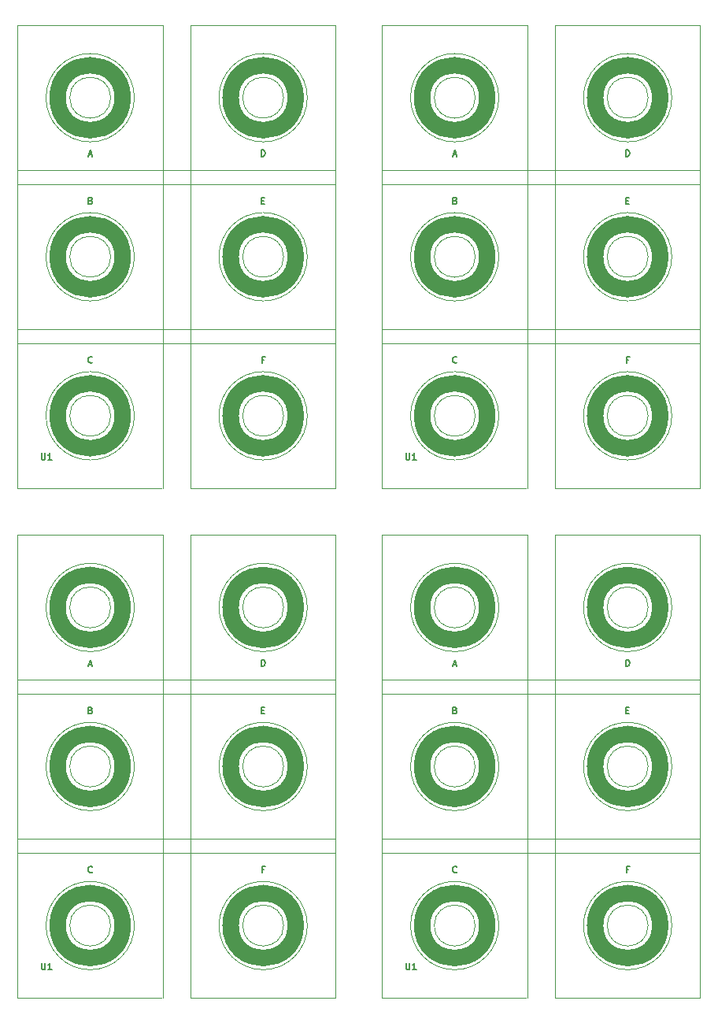
<source format=gbr>
%TF.GenerationSoftware,KiCad,Pcbnew,9.0.1*%
%TF.CreationDate,2025-06-04T09:15:00-05:00*%
%TF.ProjectId,Top_layer_Panel,546f705f-6c61-4796-9572-5f50616e656c,rev?*%
%TF.SameCoordinates,PX5fa74e0PY8cc3280*%
%TF.FileFunction,Legend,Top*%
%TF.FilePolarity,Positive*%
%FSLAX46Y46*%
G04 Gerber Fmt 4.6, Leading zero omitted, Abs format (unit mm)*
G04 Created by KiCad (PCBNEW 9.0.1) date 2025-06-04 09:15:00*
%MOMM*%
%LPD*%
G01*
G04 APERTURE LIST*
%ADD10C,0.170000*%
%ADD11C,0.120000*%
%ADD12C,1.800000*%
G04 APERTURE END LIST*
D10*
X14066666Y15285007D02*
X14066666Y14718340D01*
X14066666Y14718340D02*
X14100000Y14651674D01*
X14100000Y14651674D02*
X14133333Y14618340D01*
X14133333Y14618340D02*
X14200000Y14585007D01*
X14200000Y14585007D02*
X14333333Y14585007D01*
X14333333Y14585007D02*
X14400000Y14618340D01*
X14400000Y14618340D02*
X14433333Y14651674D01*
X14433333Y14651674D02*
X14466666Y14718340D01*
X14466666Y14718340D02*
X14466666Y15285007D01*
X15166666Y14585007D02*
X14766666Y14585007D01*
X14966666Y14585007D02*
X14966666Y15285007D01*
X14966666Y15285007D02*
X14899999Y15185007D01*
X14899999Y15185007D02*
X14833333Y15118340D01*
X14833333Y15118340D02*
X14766666Y15085007D01*
X37750000Y42451674D02*
X37983334Y42451674D01*
X38083334Y42085007D02*
X37750000Y42085007D01*
X37750000Y42085007D02*
X37750000Y42785007D01*
X37750000Y42785007D02*
X38083334Y42785007D01*
X38000000Y25351674D02*
X37766666Y25351674D01*
X37766666Y24985007D02*
X37766666Y25685007D01*
X37766666Y25685007D02*
X38100000Y25685007D01*
X37716666Y47185007D02*
X37716666Y47885007D01*
X37716666Y47885007D02*
X37883333Y47885007D01*
X37883333Y47885007D02*
X37983333Y47851674D01*
X37983333Y47851674D02*
X38050000Y47785007D01*
X38050000Y47785007D02*
X38083333Y47718340D01*
X38083333Y47718340D02*
X38116666Y47585007D01*
X38116666Y47585007D02*
X38116666Y47485007D01*
X38116666Y47485007D02*
X38083333Y47351674D01*
X38083333Y47351674D02*
X38050000Y47285007D01*
X38050000Y47285007D02*
X37983333Y47218340D01*
X37983333Y47218340D02*
X37883333Y47185007D01*
X37883333Y47185007D02*
X37716666Y47185007D01*
X19516666Y25051674D02*
X19483333Y25018340D01*
X19483333Y25018340D02*
X19383333Y24985007D01*
X19383333Y24985007D02*
X19316666Y24985007D01*
X19316666Y24985007D02*
X19216666Y25018340D01*
X19216666Y25018340D02*
X19150000Y25085007D01*
X19150000Y25085007D02*
X19116666Y25151674D01*
X19116666Y25151674D02*
X19083333Y25285007D01*
X19083333Y25285007D02*
X19083333Y25385007D01*
X19083333Y25385007D02*
X19116666Y25518340D01*
X19116666Y25518340D02*
X19150000Y25585007D01*
X19150000Y25585007D02*
X19216666Y25651674D01*
X19216666Y25651674D02*
X19316666Y25685007D01*
X19316666Y25685007D02*
X19383333Y25685007D01*
X19383333Y25685007D02*
X19483333Y25651674D01*
X19483333Y25651674D02*
X19516666Y25618340D01*
X19350000Y42451674D02*
X19450000Y42418340D01*
X19450000Y42418340D02*
X19483333Y42385007D01*
X19483333Y42385007D02*
X19516666Y42318340D01*
X19516666Y42318340D02*
X19516666Y42218340D01*
X19516666Y42218340D02*
X19483333Y42151674D01*
X19483333Y42151674D02*
X19450000Y42118340D01*
X19450000Y42118340D02*
X19383333Y42085007D01*
X19383333Y42085007D02*
X19116666Y42085007D01*
X19116666Y42085007D02*
X19116666Y42785007D01*
X19116666Y42785007D02*
X19350000Y42785007D01*
X19350000Y42785007D02*
X19416666Y42751674D01*
X19416666Y42751674D02*
X19450000Y42718340D01*
X19450000Y42718340D02*
X19483333Y42651674D01*
X19483333Y42651674D02*
X19483333Y42585007D01*
X19483333Y42585007D02*
X19450000Y42518340D01*
X19450000Y42518340D02*
X19416666Y42485007D01*
X19416666Y42485007D02*
X19350000Y42451674D01*
X19350000Y42451674D02*
X19116666Y42451674D01*
X19133333Y47385007D02*
X19466666Y47385007D01*
X19066666Y47185007D02*
X19300000Y47885007D01*
X19300000Y47885007D02*
X19533333Y47185007D01*
X53266666Y15285007D02*
X53266666Y14718340D01*
X53266666Y14718340D02*
X53300000Y14651674D01*
X53300000Y14651674D02*
X53333333Y14618340D01*
X53333333Y14618340D02*
X53400000Y14585007D01*
X53400000Y14585007D02*
X53533333Y14585007D01*
X53533333Y14585007D02*
X53600000Y14618340D01*
X53600000Y14618340D02*
X53633333Y14651674D01*
X53633333Y14651674D02*
X53666666Y14718340D01*
X53666666Y14718340D02*
X53666666Y15285007D01*
X54366666Y14585007D02*
X53966666Y14585007D01*
X54166666Y14585007D02*
X54166666Y15285007D01*
X54166666Y15285007D02*
X54099999Y15185007D01*
X54099999Y15185007D02*
X54033333Y15118340D01*
X54033333Y15118340D02*
X53966666Y15085007D01*
X58716666Y25051674D02*
X58683333Y25018340D01*
X58683333Y25018340D02*
X58583333Y24985007D01*
X58583333Y24985007D02*
X58516666Y24985007D01*
X58516666Y24985007D02*
X58416666Y25018340D01*
X58416666Y25018340D02*
X58350000Y25085007D01*
X58350000Y25085007D02*
X58316666Y25151674D01*
X58316666Y25151674D02*
X58283333Y25285007D01*
X58283333Y25285007D02*
X58283333Y25385007D01*
X58283333Y25385007D02*
X58316666Y25518340D01*
X58316666Y25518340D02*
X58350000Y25585007D01*
X58350000Y25585007D02*
X58416666Y25651674D01*
X58416666Y25651674D02*
X58516666Y25685007D01*
X58516666Y25685007D02*
X58583333Y25685007D01*
X58583333Y25685007D02*
X58683333Y25651674D01*
X58683333Y25651674D02*
X58716666Y25618340D01*
X77200000Y25351674D02*
X76966666Y25351674D01*
X76966666Y24985007D02*
X76966666Y25685007D01*
X76966666Y25685007D02*
X77300000Y25685007D01*
X76950000Y42451674D02*
X77183334Y42451674D01*
X77283334Y42085007D02*
X76950000Y42085007D01*
X76950000Y42085007D02*
X76950000Y42785007D01*
X76950000Y42785007D02*
X77283334Y42785007D01*
X58550000Y42451674D02*
X58650000Y42418340D01*
X58650000Y42418340D02*
X58683333Y42385007D01*
X58683333Y42385007D02*
X58716666Y42318340D01*
X58716666Y42318340D02*
X58716666Y42218340D01*
X58716666Y42218340D02*
X58683333Y42151674D01*
X58683333Y42151674D02*
X58650000Y42118340D01*
X58650000Y42118340D02*
X58583333Y42085007D01*
X58583333Y42085007D02*
X58316666Y42085007D01*
X58316666Y42085007D02*
X58316666Y42785007D01*
X58316666Y42785007D02*
X58550000Y42785007D01*
X58550000Y42785007D02*
X58616666Y42751674D01*
X58616666Y42751674D02*
X58650000Y42718340D01*
X58650000Y42718340D02*
X58683333Y42651674D01*
X58683333Y42651674D02*
X58683333Y42585007D01*
X58683333Y42585007D02*
X58650000Y42518340D01*
X58650000Y42518340D02*
X58616666Y42485007D01*
X58616666Y42485007D02*
X58550000Y42451674D01*
X58550000Y42451674D02*
X58316666Y42451674D01*
X58333333Y47385007D02*
X58666666Y47385007D01*
X58266666Y47185007D02*
X58500000Y47885007D01*
X58500000Y47885007D02*
X58733333Y47185007D01*
X76916666Y47185007D02*
X76916666Y47885007D01*
X76916666Y47885007D02*
X77083333Y47885007D01*
X77083333Y47885007D02*
X77183333Y47851674D01*
X77183333Y47851674D02*
X77250000Y47785007D01*
X77250000Y47785007D02*
X77283333Y47718340D01*
X77283333Y47718340D02*
X77316666Y47585007D01*
X77316666Y47585007D02*
X77316666Y47485007D01*
X77316666Y47485007D02*
X77283333Y47351674D01*
X77283333Y47351674D02*
X77250000Y47285007D01*
X77250000Y47285007D02*
X77183333Y47218340D01*
X77183333Y47218340D02*
X77083333Y47185007D01*
X77083333Y47185007D02*
X76916666Y47185007D01*
X14066666Y70085007D02*
X14066666Y69518340D01*
X14066666Y69518340D02*
X14100000Y69451674D01*
X14100000Y69451674D02*
X14133333Y69418340D01*
X14133333Y69418340D02*
X14200000Y69385007D01*
X14200000Y69385007D02*
X14333333Y69385007D01*
X14333333Y69385007D02*
X14400000Y69418340D01*
X14400000Y69418340D02*
X14433333Y69451674D01*
X14433333Y69451674D02*
X14466666Y69518340D01*
X14466666Y69518340D02*
X14466666Y70085007D01*
X15166666Y69385007D02*
X14766666Y69385007D01*
X14966666Y69385007D02*
X14966666Y70085007D01*
X14966666Y70085007D02*
X14899999Y69985007D01*
X14899999Y69985007D02*
X14833333Y69918340D01*
X14833333Y69918340D02*
X14766666Y69885007D01*
X19516666Y79851674D02*
X19483333Y79818340D01*
X19483333Y79818340D02*
X19383333Y79785007D01*
X19383333Y79785007D02*
X19316666Y79785007D01*
X19316666Y79785007D02*
X19216666Y79818340D01*
X19216666Y79818340D02*
X19150000Y79885007D01*
X19150000Y79885007D02*
X19116666Y79951674D01*
X19116666Y79951674D02*
X19083333Y80085007D01*
X19083333Y80085007D02*
X19083333Y80185007D01*
X19083333Y80185007D02*
X19116666Y80318340D01*
X19116666Y80318340D02*
X19150000Y80385007D01*
X19150000Y80385007D02*
X19216666Y80451674D01*
X19216666Y80451674D02*
X19316666Y80485007D01*
X19316666Y80485007D02*
X19383333Y80485007D01*
X19383333Y80485007D02*
X19483333Y80451674D01*
X19483333Y80451674D02*
X19516666Y80418340D01*
X37750000Y97251674D02*
X37983334Y97251674D01*
X38083334Y96885007D02*
X37750000Y96885007D01*
X37750000Y96885007D02*
X37750000Y97585007D01*
X37750000Y97585007D02*
X38083334Y97585007D01*
X37716666Y101985007D02*
X37716666Y102685007D01*
X37716666Y102685007D02*
X37883333Y102685007D01*
X37883333Y102685007D02*
X37983333Y102651674D01*
X37983333Y102651674D02*
X38050000Y102585007D01*
X38050000Y102585007D02*
X38083333Y102518340D01*
X38083333Y102518340D02*
X38116666Y102385007D01*
X38116666Y102385007D02*
X38116666Y102285007D01*
X38116666Y102285007D02*
X38083333Y102151674D01*
X38083333Y102151674D02*
X38050000Y102085007D01*
X38050000Y102085007D02*
X37983333Y102018340D01*
X37983333Y102018340D02*
X37883333Y101985007D01*
X37883333Y101985007D02*
X37716666Y101985007D01*
X19350000Y97251674D02*
X19450000Y97218340D01*
X19450000Y97218340D02*
X19483333Y97185007D01*
X19483333Y97185007D02*
X19516666Y97118340D01*
X19516666Y97118340D02*
X19516666Y97018340D01*
X19516666Y97018340D02*
X19483333Y96951674D01*
X19483333Y96951674D02*
X19450000Y96918340D01*
X19450000Y96918340D02*
X19383333Y96885007D01*
X19383333Y96885007D02*
X19116666Y96885007D01*
X19116666Y96885007D02*
X19116666Y97585007D01*
X19116666Y97585007D02*
X19350000Y97585007D01*
X19350000Y97585007D02*
X19416666Y97551674D01*
X19416666Y97551674D02*
X19450000Y97518340D01*
X19450000Y97518340D02*
X19483333Y97451674D01*
X19483333Y97451674D02*
X19483333Y97385007D01*
X19483333Y97385007D02*
X19450000Y97318340D01*
X19450000Y97318340D02*
X19416666Y97285007D01*
X19416666Y97285007D02*
X19350000Y97251674D01*
X19350000Y97251674D02*
X19116666Y97251674D01*
X38000000Y80151674D02*
X37766666Y80151674D01*
X37766666Y79785007D02*
X37766666Y80485007D01*
X37766666Y80485007D02*
X38100000Y80485007D01*
X19133333Y102185007D02*
X19466666Y102185007D01*
X19066666Y101985007D02*
X19300000Y102685007D01*
X19300000Y102685007D02*
X19533333Y101985007D01*
X53266666Y70085007D02*
X53266666Y69518340D01*
X53266666Y69518340D02*
X53300000Y69451674D01*
X53300000Y69451674D02*
X53333333Y69418340D01*
X53333333Y69418340D02*
X53400000Y69385007D01*
X53400000Y69385007D02*
X53533333Y69385007D01*
X53533333Y69385007D02*
X53600000Y69418340D01*
X53600000Y69418340D02*
X53633333Y69451674D01*
X53633333Y69451674D02*
X53666666Y69518340D01*
X53666666Y69518340D02*
X53666666Y70085007D01*
X54366666Y69385007D02*
X53966666Y69385007D01*
X54166666Y69385007D02*
X54166666Y70085007D01*
X54166666Y70085007D02*
X54099999Y69985007D01*
X54099999Y69985007D02*
X54033333Y69918340D01*
X54033333Y69918340D02*
X53966666Y69885007D01*
X76916666Y101985007D02*
X76916666Y102685007D01*
X76916666Y102685007D02*
X77083333Y102685007D01*
X77083333Y102685007D02*
X77183333Y102651674D01*
X77183333Y102651674D02*
X77250000Y102585007D01*
X77250000Y102585007D02*
X77283333Y102518340D01*
X77283333Y102518340D02*
X77316666Y102385007D01*
X77316666Y102385007D02*
X77316666Y102285007D01*
X77316666Y102285007D02*
X77283333Y102151674D01*
X77283333Y102151674D02*
X77250000Y102085007D01*
X77250000Y102085007D02*
X77183333Y102018340D01*
X77183333Y102018340D02*
X77083333Y101985007D01*
X77083333Y101985007D02*
X76916666Y101985007D01*
X76950000Y97251674D02*
X77183334Y97251674D01*
X77283334Y96885007D02*
X76950000Y96885007D01*
X76950000Y96885007D02*
X76950000Y97585007D01*
X76950000Y97585007D02*
X77283334Y97585007D01*
X58333333Y102185007D02*
X58666666Y102185007D01*
X58266666Y101985007D02*
X58500000Y102685007D01*
X58500000Y102685007D02*
X58733333Y101985007D01*
X77200000Y80151674D02*
X76966666Y80151674D01*
X76966666Y79785007D02*
X76966666Y80485007D01*
X76966666Y80485007D02*
X77300000Y80485007D01*
X58550000Y97251674D02*
X58650000Y97218340D01*
X58650000Y97218340D02*
X58683333Y97185007D01*
X58683333Y97185007D02*
X58716666Y97118340D01*
X58716666Y97118340D02*
X58716666Y97018340D01*
X58716666Y97018340D02*
X58683333Y96951674D01*
X58683333Y96951674D02*
X58650000Y96918340D01*
X58650000Y96918340D02*
X58583333Y96885007D01*
X58583333Y96885007D02*
X58316666Y96885007D01*
X58316666Y96885007D02*
X58316666Y97585007D01*
X58316666Y97585007D02*
X58550000Y97585007D01*
X58550000Y97585007D02*
X58616666Y97551674D01*
X58616666Y97551674D02*
X58650000Y97518340D01*
X58650000Y97518340D02*
X58683333Y97451674D01*
X58683333Y97451674D02*
X58683333Y97385007D01*
X58683333Y97385007D02*
X58650000Y97318340D01*
X58650000Y97318340D02*
X58616666Y97285007D01*
X58616666Y97285007D02*
X58550000Y97251674D01*
X58550000Y97251674D02*
X58316666Y97251674D01*
X58716666Y79851674D02*
X58683333Y79818340D01*
X58683333Y79818340D02*
X58583333Y79785007D01*
X58583333Y79785007D02*
X58516666Y79785007D01*
X58516666Y79785007D02*
X58416666Y79818340D01*
X58416666Y79818340D02*
X58350000Y79885007D01*
X58350000Y79885007D02*
X58316666Y79951674D01*
X58316666Y79951674D02*
X58283333Y80085007D01*
X58283333Y80085007D02*
X58283333Y80185007D01*
X58283333Y80185007D02*
X58316666Y80318340D01*
X58316666Y80318340D02*
X58350000Y80385007D01*
X58350000Y80385007D02*
X58416666Y80451674D01*
X58416666Y80451674D02*
X58516666Y80485007D01*
X58516666Y80485007D02*
X58583333Y80485007D01*
X58583333Y80485007D02*
X58683333Y80451674D01*
X58683333Y80451674D02*
X58716666Y80418340D01*
D11*
%TO.C,U1*%
X11500000Y61300000D02*
X27100000Y61300000D01*
X11500000Y44210000D02*
X45700000Y44200000D01*
X11500000Y28600000D02*
X45700000Y28600000D01*
X11500000Y27100000D02*
X45700000Y27100000D01*
X11500000Y11500000D02*
X11500000Y61300000D01*
X11540000Y45710000D02*
X45700000Y45700000D01*
X27000000Y11500000D02*
X11500000Y11500000D01*
X27100000Y61300000D02*
X27100000Y11500000D01*
X30100000Y61300000D02*
X45700000Y61300000D01*
X30100000Y11500000D02*
X30100000Y61300000D01*
X45700000Y61300000D02*
X45700000Y11500000D01*
X45700000Y11500000D02*
X30100000Y11500000D01*
D12*
X22790000Y53500000D02*
G75*
G02*
X15790000Y53500000I-3500000J0D01*
G01*
X15790000Y53500000D02*
G75*
G02*
X22790000Y53500000I3500000J0D01*
G01*
D11*
X21500000Y53500000D02*
G75*
G02*
X17100000Y53500000I-2200000J0D01*
G01*
X17100000Y53500000D02*
G75*
G02*
X21500000Y53500000I2200000J0D01*
G01*
X24050000Y53500000D02*
G75*
G02*
X14550000Y53500000I-4750000J0D01*
G01*
X14550000Y53500000D02*
G75*
G02*
X24050000Y53500000I4750000J0D01*
G01*
X21500000Y36400000D02*
G75*
G02*
X17100000Y36400000I-2200000J0D01*
G01*
X17100000Y36400000D02*
G75*
G02*
X21500000Y36400000I2200000J0D01*
G01*
D12*
X22800000Y36400000D02*
G75*
G02*
X15800000Y36400000I-3500000J0D01*
G01*
X15800000Y36400000D02*
G75*
G02*
X22800000Y36400000I3500000J0D01*
G01*
D11*
X24050000Y36400000D02*
G75*
G02*
X14550000Y36400000I-4750000J0D01*
G01*
X14550000Y36400000D02*
G75*
G02*
X24050000Y36400000I4750000J0D01*
G01*
X21500000Y19300000D02*
G75*
G02*
X17100000Y19300000I-2200000J0D01*
G01*
X17100000Y19300000D02*
G75*
G02*
X21500000Y19300000I2200000J0D01*
G01*
D12*
X22800000Y19300000D02*
G75*
G02*
X15800000Y19300000I-3500000J0D01*
G01*
X15800000Y19300000D02*
G75*
G02*
X22800000Y19300000I3500000J0D01*
G01*
D11*
X24050000Y19300000D02*
G75*
G02*
X14550000Y19300000I-4750000J0D01*
G01*
X14550000Y19300000D02*
G75*
G02*
X24050000Y19300000I4750000J0D01*
G01*
X40100000Y53500000D02*
G75*
G02*
X35700000Y53500000I-2200000J0D01*
G01*
X35700000Y53500000D02*
G75*
G02*
X40100000Y53500000I2200000J0D01*
G01*
D12*
X41400000Y53500000D02*
G75*
G02*
X34400000Y53500000I-3500000J0D01*
G01*
X34400000Y53500000D02*
G75*
G02*
X41400000Y53500000I3500000J0D01*
G01*
D11*
X42650000Y53500000D02*
G75*
G02*
X33150000Y53500000I-4750000J0D01*
G01*
X33150000Y53500000D02*
G75*
G02*
X42650000Y53500000I4750000J0D01*
G01*
X40100000Y36400000D02*
G75*
G02*
X35700000Y36400000I-2200000J0D01*
G01*
X35700000Y36400000D02*
G75*
G02*
X40100000Y36400000I2200000J0D01*
G01*
D12*
X41400000Y36400000D02*
G75*
G02*
X34400000Y36400000I-3500000J0D01*
G01*
X34400000Y36400000D02*
G75*
G02*
X41400000Y36400000I3500000J0D01*
G01*
D11*
X42650000Y36400000D02*
G75*
G02*
X33150000Y36400000I-4750000J0D01*
G01*
X33150000Y36400000D02*
G75*
G02*
X42650000Y36400000I4750000J0D01*
G01*
X40100000Y19300000D02*
G75*
G02*
X35700000Y19300000I-2200000J0D01*
G01*
X35700000Y19300000D02*
G75*
G02*
X40100000Y19300000I2200000J0D01*
G01*
D12*
X41400000Y19300000D02*
G75*
G02*
X34400000Y19300000I-3500000J0D01*
G01*
X34400000Y19300000D02*
G75*
G02*
X41400000Y19300000I3500000J0D01*
G01*
D11*
X42650000Y19300000D02*
G75*
G02*
X33150000Y19300000I-4750000J0D01*
G01*
X33150000Y19300000D02*
G75*
G02*
X42650000Y19300000I4750000J0D01*
G01*
X50700000Y61300000D02*
X66300000Y61300000D01*
X50700000Y44210000D02*
X84900000Y44200000D01*
X50700000Y28600000D02*
X84900000Y28600000D01*
X50700000Y27100000D02*
X84900000Y27100000D01*
X50700000Y11500000D02*
X50700000Y61300000D01*
X50740000Y45710000D02*
X84900000Y45700000D01*
X66200000Y11500000D02*
X50700000Y11500000D01*
X66300000Y61300000D02*
X66300000Y11500000D01*
X69300000Y61300000D02*
X84900000Y61300000D01*
X69300000Y11500000D02*
X69300000Y61300000D01*
X84900000Y61300000D02*
X84900000Y11500000D01*
X84900000Y11500000D02*
X69300000Y11500000D01*
D12*
X61990000Y53500000D02*
G75*
G02*
X54990000Y53500000I-3500000J0D01*
G01*
X54990000Y53500000D02*
G75*
G02*
X61990000Y53500000I3500000J0D01*
G01*
D11*
X60700000Y53500000D02*
G75*
G02*
X56300000Y53500000I-2200000J0D01*
G01*
X56300000Y53500000D02*
G75*
G02*
X60700000Y53500000I2200000J0D01*
G01*
X63250000Y53500000D02*
G75*
G02*
X53750000Y53500000I-4750000J0D01*
G01*
X53750000Y53500000D02*
G75*
G02*
X63250000Y53500000I4750000J0D01*
G01*
X60700000Y36400000D02*
G75*
G02*
X56300000Y36400000I-2200000J0D01*
G01*
X56300000Y36400000D02*
G75*
G02*
X60700000Y36400000I2200000J0D01*
G01*
D12*
X62000000Y36400000D02*
G75*
G02*
X55000000Y36400000I-3500000J0D01*
G01*
X55000000Y36400000D02*
G75*
G02*
X62000000Y36400000I3500000J0D01*
G01*
D11*
X63250000Y36400000D02*
G75*
G02*
X53750000Y36400000I-4750000J0D01*
G01*
X53750000Y36400000D02*
G75*
G02*
X63250000Y36400000I4750000J0D01*
G01*
X60700000Y19300000D02*
G75*
G02*
X56300000Y19300000I-2200000J0D01*
G01*
X56300000Y19300000D02*
G75*
G02*
X60700000Y19300000I2200000J0D01*
G01*
D12*
X62000000Y19300000D02*
G75*
G02*
X55000000Y19300000I-3500000J0D01*
G01*
X55000000Y19300000D02*
G75*
G02*
X62000000Y19300000I3500000J0D01*
G01*
D11*
X63250000Y19300000D02*
G75*
G02*
X53750000Y19300000I-4750000J0D01*
G01*
X53750000Y19300000D02*
G75*
G02*
X63250000Y19300000I4750000J0D01*
G01*
X79300000Y53500000D02*
G75*
G02*
X74900000Y53500000I-2200000J0D01*
G01*
X74900000Y53500000D02*
G75*
G02*
X79300000Y53500000I2200000J0D01*
G01*
D12*
X80600000Y53500000D02*
G75*
G02*
X73600000Y53500000I-3500000J0D01*
G01*
X73600000Y53500000D02*
G75*
G02*
X80600000Y53500000I3500000J0D01*
G01*
D11*
X81850000Y53500000D02*
G75*
G02*
X72350000Y53500000I-4750000J0D01*
G01*
X72350000Y53500000D02*
G75*
G02*
X81850000Y53500000I4750000J0D01*
G01*
X79300000Y36400000D02*
G75*
G02*
X74900000Y36400000I-2200000J0D01*
G01*
X74900000Y36400000D02*
G75*
G02*
X79300000Y36400000I2200000J0D01*
G01*
D12*
X80600000Y36400000D02*
G75*
G02*
X73600000Y36400000I-3500000J0D01*
G01*
X73600000Y36400000D02*
G75*
G02*
X80600000Y36400000I3500000J0D01*
G01*
D11*
X81850000Y36400000D02*
G75*
G02*
X72350000Y36400000I-4750000J0D01*
G01*
X72350000Y36400000D02*
G75*
G02*
X81850000Y36400000I4750000J0D01*
G01*
X79300000Y19300000D02*
G75*
G02*
X74900000Y19300000I-2200000J0D01*
G01*
X74900000Y19300000D02*
G75*
G02*
X79300000Y19300000I2200000J0D01*
G01*
D12*
X80600000Y19300000D02*
G75*
G02*
X73600000Y19300000I-3500000J0D01*
G01*
X73600000Y19300000D02*
G75*
G02*
X80600000Y19300000I3500000J0D01*
G01*
D11*
X81850000Y19300000D02*
G75*
G02*
X72350000Y19300000I-4750000J0D01*
G01*
X72350000Y19300000D02*
G75*
G02*
X81850000Y19300000I4750000J0D01*
G01*
X11500000Y116100000D02*
X27100000Y116100000D01*
X11500000Y99010000D02*
X45700000Y99000000D01*
X11500000Y83400000D02*
X45700000Y83400000D01*
X11500000Y81900000D02*
X45700000Y81900000D01*
X11500000Y66300000D02*
X11500000Y116100000D01*
X11540000Y100510000D02*
X45700000Y100500000D01*
X27000000Y66300000D02*
X11500000Y66300000D01*
X27100000Y116100000D02*
X27100000Y66300000D01*
X30100000Y116100000D02*
X45700000Y116100000D01*
X30100000Y66300000D02*
X30100000Y116100000D01*
X45700000Y116100000D02*
X45700000Y66300000D01*
X45700000Y66300000D02*
X30100000Y66300000D01*
D12*
X22790000Y108300000D02*
G75*
G02*
X15790000Y108300000I-3500000J0D01*
G01*
X15790000Y108300000D02*
G75*
G02*
X22790000Y108300000I3500000J0D01*
G01*
D11*
X21500000Y108300000D02*
G75*
G02*
X17100000Y108300000I-2200000J0D01*
G01*
X17100000Y108300000D02*
G75*
G02*
X21500000Y108300000I2200000J0D01*
G01*
X24050000Y108300000D02*
G75*
G02*
X14550000Y108300000I-4750000J0D01*
G01*
X14550000Y108300000D02*
G75*
G02*
X24050000Y108300000I4750000J0D01*
G01*
X21500000Y91200000D02*
G75*
G02*
X17100000Y91200000I-2200000J0D01*
G01*
X17100000Y91200000D02*
G75*
G02*
X21500000Y91200000I2200000J0D01*
G01*
D12*
X22800000Y91200000D02*
G75*
G02*
X15800000Y91200000I-3500000J0D01*
G01*
X15800000Y91200000D02*
G75*
G02*
X22800000Y91200000I3500000J0D01*
G01*
D11*
X24050000Y91200000D02*
G75*
G02*
X14550000Y91200000I-4750000J0D01*
G01*
X14550000Y91200000D02*
G75*
G02*
X24050000Y91200000I4750000J0D01*
G01*
X21500000Y74100000D02*
G75*
G02*
X17100000Y74100000I-2200000J0D01*
G01*
X17100000Y74100000D02*
G75*
G02*
X21500000Y74100000I2200000J0D01*
G01*
D12*
X22800000Y74100000D02*
G75*
G02*
X15800000Y74100000I-3500000J0D01*
G01*
X15800000Y74100000D02*
G75*
G02*
X22800000Y74100000I3500000J0D01*
G01*
D11*
X24050000Y74100000D02*
G75*
G02*
X14550000Y74100000I-4750000J0D01*
G01*
X14550000Y74100000D02*
G75*
G02*
X24050000Y74100000I4750000J0D01*
G01*
X40100000Y108300000D02*
G75*
G02*
X35700000Y108300000I-2200000J0D01*
G01*
X35700000Y108300000D02*
G75*
G02*
X40100000Y108300000I2200000J0D01*
G01*
D12*
X41400000Y108300000D02*
G75*
G02*
X34400000Y108300000I-3500000J0D01*
G01*
X34400000Y108300000D02*
G75*
G02*
X41400000Y108300000I3500000J0D01*
G01*
D11*
X42650000Y108300000D02*
G75*
G02*
X33150000Y108300000I-4750000J0D01*
G01*
X33150000Y108300000D02*
G75*
G02*
X42650000Y108300000I4750000J0D01*
G01*
X40100000Y91200000D02*
G75*
G02*
X35700000Y91200000I-2200000J0D01*
G01*
X35700000Y91200000D02*
G75*
G02*
X40100000Y91200000I2200000J0D01*
G01*
D12*
X41400000Y91200000D02*
G75*
G02*
X34400000Y91200000I-3500000J0D01*
G01*
X34400000Y91200000D02*
G75*
G02*
X41400000Y91200000I3500000J0D01*
G01*
D11*
X42650000Y91200000D02*
G75*
G02*
X33150000Y91200000I-4750000J0D01*
G01*
X33150000Y91200000D02*
G75*
G02*
X42650000Y91200000I4750000J0D01*
G01*
X40100000Y74100000D02*
G75*
G02*
X35700000Y74100000I-2200000J0D01*
G01*
X35700000Y74100000D02*
G75*
G02*
X40100000Y74100000I2200000J0D01*
G01*
D12*
X41400000Y74100000D02*
G75*
G02*
X34400000Y74100000I-3500000J0D01*
G01*
X34400000Y74100000D02*
G75*
G02*
X41400000Y74100000I3500000J0D01*
G01*
D11*
X42650000Y74100000D02*
G75*
G02*
X33150000Y74100000I-4750000J0D01*
G01*
X33150000Y74100000D02*
G75*
G02*
X42650000Y74100000I4750000J0D01*
G01*
X50700000Y116100000D02*
X66300000Y116100000D01*
X50700000Y99010000D02*
X84900000Y99000000D01*
X50700000Y83400000D02*
X84900000Y83400000D01*
X50700000Y81900000D02*
X84900000Y81900000D01*
X50700000Y66300000D02*
X50700000Y116100000D01*
X50740000Y100510000D02*
X84900000Y100500000D01*
X66200000Y66300000D02*
X50700000Y66300000D01*
X66300000Y116100000D02*
X66300000Y66300000D01*
X69300000Y116100000D02*
X84900000Y116100000D01*
X69300000Y66300000D02*
X69300000Y116100000D01*
X84900000Y116100000D02*
X84900000Y66300000D01*
X84900000Y66300000D02*
X69300000Y66300000D01*
D12*
X61990000Y108300000D02*
G75*
G02*
X54990000Y108300000I-3500000J0D01*
G01*
X54990000Y108300000D02*
G75*
G02*
X61990000Y108300000I3500000J0D01*
G01*
D11*
X60700000Y108300000D02*
G75*
G02*
X56300000Y108300000I-2200000J0D01*
G01*
X56300000Y108300000D02*
G75*
G02*
X60700000Y108300000I2200000J0D01*
G01*
X63250000Y108300000D02*
G75*
G02*
X53750000Y108300000I-4750000J0D01*
G01*
X53750000Y108300000D02*
G75*
G02*
X63250000Y108300000I4750000J0D01*
G01*
X60700000Y91200000D02*
G75*
G02*
X56300000Y91200000I-2200000J0D01*
G01*
X56300000Y91200000D02*
G75*
G02*
X60700000Y91200000I2200000J0D01*
G01*
D12*
X62000000Y91200000D02*
G75*
G02*
X55000000Y91200000I-3500000J0D01*
G01*
X55000000Y91200000D02*
G75*
G02*
X62000000Y91200000I3500000J0D01*
G01*
D11*
X63250000Y91200000D02*
G75*
G02*
X53750000Y91200000I-4750000J0D01*
G01*
X53750000Y91200000D02*
G75*
G02*
X63250000Y91200000I4750000J0D01*
G01*
X60700000Y74100000D02*
G75*
G02*
X56300000Y74100000I-2200000J0D01*
G01*
X56300000Y74100000D02*
G75*
G02*
X60700000Y74100000I2200000J0D01*
G01*
D12*
X62000000Y74100000D02*
G75*
G02*
X55000000Y74100000I-3500000J0D01*
G01*
X55000000Y74100000D02*
G75*
G02*
X62000000Y74100000I3500000J0D01*
G01*
D11*
X63250000Y74100000D02*
G75*
G02*
X53750000Y74100000I-4750000J0D01*
G01*
X53750000Y74100000D02*
G75*
G02*
X63250000Y74100000I4750000J0D01*
G01*
X79300000Y108300000D02*
G75*
G02*
X74900000Y108300000I-2200000J0D01*
G01*
X74900000Y108300000D02*
G75*
G02*
X79300000Y108300000I2200000J0D01*
G01*
D12*
X80600000Y108300000D02*
G75*
G02*
X73600000Y108300000I-3500000J0D01*
G01*
X73600000Y108300000D02*
G75*
G02*
X80600000Y108300000I3500000J0D01*
G01*
D11*
X81850000Y108300000D02*
G75*
G02*
X72350000Y108300000I-4750000J0D01*
G01*
X72350000Y108300000D02*
G75*
G02*
X81850000Y108300000I4750000J0D01*
G01*
X79300000Y91200000D02*
G75*
G02*
X74900000Y91200000I-2200000J0D01*
G01*
X74900000Y91200000D02*
G75*
G02*
X79300000Y91200000I2200000J0D01*
G01*
D12*
X80600000Y91200000D02*
G75*
G02*
X73600000Y91200000I-3500000J0D01*
G01*
X73600000Y91200000D02*
G75*
G02*
X80600000Y91200000I3500000J0D01*
G01*
D11*
X81850000Y91200000D02*
G75*
G02*
X72350000Y91200000I-4750000J0D01*
G01*
X72350000Y91200000D02*
G75*
G02*
X81850000Y91200000I4750000J0D01*
G01*
X79300000Y74100000D02*
G75*
G02*
X74900000Y74100000I-2200000J0D01*
G01*
X74900000Y74100000D02*
G75*
G02*
X79300000Y74100000I2200000J0D01*
G01*
D12*
X80600000Y74100000D02*
G75*
G02*
X73600000Y74100000I-3500000J0D01*
G01*
X73600000Y74100000D02*
G75*
G02*
X80600000Y74100000I3500000J0D01*
G01*
D11*
X81850000Y74100000D02*
G75*
G02*
X72350000Y74100000I-4750000J0D01*
G01*
X72350000Y74100000D02*
G75*
G02*
X81850000Y74100000I4750000J0D01*
G01*
%TD*%
M02*

</source>
